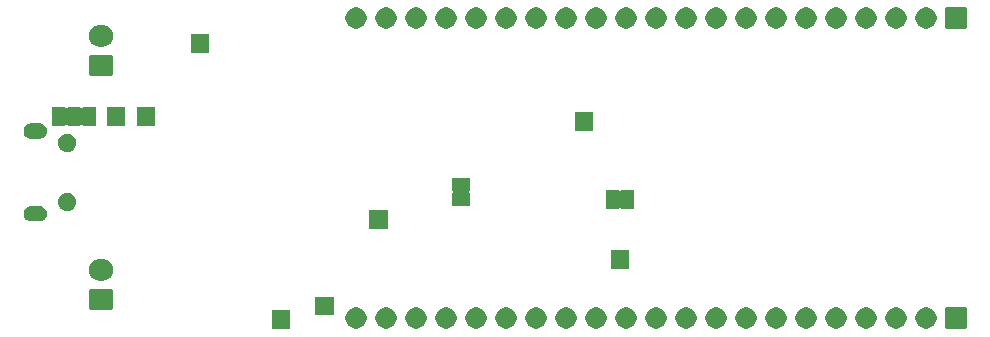
<source format=gbr>
G04 #@! TF.GenerationSoftware,KiCad,Pcbnew,9.0.0*
G04 #@! TF.CreationDate,2025-03-02T20:38:03-08:00*
G04 #@! TF.ProjectId,SuperPower-uC-KiCad,53757065-7250-46f7-9765-722d75432d4b,rev?*
G04 #@! TF.SameCoordinates,Original*
G04 #@! TF.FileFunction,Soldermask,Bot*
G04 #@! TF.FilePolarity,Negative*
%FSLAX46Y46*%
G04 Gerber Fmt 4.6, Leading zero omitted, Abs format (unit mm)*
G04 Created by KiCad (PCBNEW 9.0.0) date 2025-03-02 20:38:03*
%MOMM*%
%LPD*%
G01*
G04 APERTURE LIST*
G04 APERTURE END LIST*
G36*
X125102517Y-121249882D02*
G01*
X125119062Y-121260938D01*
X125130118Y-121277483D01*
X125134000Y-121297000D01*
X125134000Y-122797000D01*
X125130118Y-122816517D01*
X125119062Y-122833062D01*
X125102517Y-122844118D01*
X125083000Y-122848000D01*
X123583000Y-122848000D01*
X123563483Y-122844118D01*
X123546938Y-122833062D01*
X123535882Y-122816517D01*
X123532000Y-122797000D01*
X123532000Y-121297000D01*
X123535882Y-121277483D01*
X123546938Y-121260938D01*
X123563483Y-121249882D01*
X123583000Y-121246000D01*
X125083000Y-121246000D01*
X125102517Y-121249882D01*
G37*
G36*
X182352517Y-121022882D02*
G01*
X182369062Y-121033938D01*
X182380118Y-121050483D01*
X182384000Y-121070000D01*
X182384000Y-122770000D01*
X182380118Y-122789517D01*
X182369062Y-122806062D01*
X182352517Y-122817118D01*
X182333000Y-122821000D01*
X180633000Y-122821000D01*
X180613483Y-122817118D01*
X180596938Y-122806062D01*
X180585882Y-122789517D01*
X180582000Y-122770000D01*
X180582000Y-121070000D01*
X180585882Y-121050483D01*
X180596938Y-121033938D01*
X180613483Y-121022882D01*
X180633000Y-121019000D01*
X182333000Y-121019000D01*
X182352517Y-121022882D01*
G37*
G36*
X130944546Y-121057797D02*
G01*
X131107728Y-121125389D01*
X131254588Y-121223518D01*
X131379482Y-121348412D01*
X131477611Y-121495272D01*
X131545203Y-121658454D01*
X131579661Y-121831687D01*
X131579661Y-122008313D01*
X131545203Y-122181546D01*
X131477611Y-122344728D01*
X131379482Y-122491588D01*
X131254588Y-122616482D01*
X131107728Y-122714611D01*
X130944546Y-122782203D01*
X130771313Y-122816661D01*
X130594687Y-122816661D01*
X130421454Y-122782203D01*
X130258272Y-122714611D01*
X130111412Y-122616482D01*
X129986518Y-122491588D01*
X129888389Y-122344728D01*
X129820797Y-122181546D01*
X129786339Y-122008313D01*
X129786339Y-121831687D01*
X129820797Y-121658454D01*
X129888389Y-121495272D01*
X129986518Y-121348412D01*
X130111412Y-121223518D01*
X130258272Y-121125389D01*
X130421454Y-121057797D01*
X130594687Y-121023339D01*
X130771313Y-121023339D01*
X130944546Y-121057797D01*
G37*
G36*
X133484546Y-121057797D02*
G01*
X133647728Y-121125389D01*
X133794588Y-121223518D01*
X133919482Y-121348412D01*
X134017611Y-121495272D01*
X134085203Y-121658454D01*
X134119661Y-121831687D01*
X134119661Y-122008313D01*
X134085203Y-122181546D01*
X134017611Y-122344728D01*
X133919482Y-122491588D01*
X133794588Y-122616482D01*
X133647728Y-122714611D01*
X133484546Y-122782203D01*
X133311313Y-122816661D01*
X133134687Y-122816661D01*
X132961454Y-122782203D01*
X132798272Y-122714611D01*
X132651412Y-122616482D01*
X132526518Y-122491588D01*
X132428389Y-122344728D01*
X132360797Y-122181546D01*
X132326339Y-122008313D01*
X132326339Y-121831687D01*
X132360797Y-121658454D01*
X132428389Y-121495272D01*
X132526518Y-121348412D01*
X132651412Y-121223518D01*
X132798272Y-121125389D01*
X132961454Y-121057797D01*
X133134687Y-121023339D01*
X133311313Y-121023339D01*
X133484546Y-121057797D01*
G37*
G36*
X136024546Y-121057797D02*
G01*
X136187728Y-121125389D01*
X136334588Y-121223518D01*
X136459482Y-121348412D01*
X136557611Y-121495272D01*
X136625203Y-121658454D01*
X136659661Y-121831687D01*
X136659661Y-122008313D01*
X136625203Y-122181546D01*
X136557611Y-122344728D01*
X136459482Y-122491588D01*
X136334588Y-122616482D01*
X136187728Y-122714611D01*
X136024546Y-122782203D01*
X135851313Y-122816661D01*
X135674687Y-122816661D01*
X135501454Y-122782203D01*
X135338272Y-122714611D01*
X135191412Y-122616482D01*
X135066518Y-122491588D01*
X134968389Y-122344728D01*
X134900797Y-122181546D01*
X134866339Y-122008313D01*
X134866339Y-121831687D01*
X134900797Y-121658454D01*
X134968389Y-121495272D01*
X135066518Y-121348412D01*
X135191412Y-121223518D01*
X135338272Y-121125389D01*
X135501454Y-121057797D01*
X135674687Y-121023339D01*
X135851313Y-121023339D01*
X136024546Y-121057797D01*
G37*
G36*
X138564546Y-121057797D02*
G01*
X138727728Y-121125389D01*
X138874588Y-121223518D01*
X138999482Y-121348412D01*
X139097611Y-121495272D01*
X139165203Y-121658454D01*
X139199661Y-121831687D01*
X139199661Y-122008313D01*
X139165203Y-122181546D01*
X139097611Y-122344728D01*
X138999482Y-122491588D01*
X138874588Y-122616482D01*
X138727728Y-122714611D01*
X138564546Y-122782203D01*
X138391313Y-122816661D01*
X138214687Y-122816661D01*
X138041454Y-122782203D01*
X137878272Y-122714611D01*
X137731412Y-122616482D01*
X137606518Y-122491588D01*
X137508389Y-122344728D01*
X137440797Y-122181546D01*
X137406339Y-122008313D01*
X137406339Y-121831687D01*
X137440797Y-121658454D01*
X137508389Y-121495272D01*
X137606518Y-121348412D01*
X137731412Y-121223518D01*
X137878272Y-121125389D01*
X138041454Y-121057797D01*
X138214687Y-121023339D01*
X138391313Y-121023339D01*
X138564546Y-121057797D01*
G37*
G36*
X141104546Y-121057797D02*
G01*
X141267728Y-121125389D01*
X141414588Y-121223518D01*
X141539482Y-121348412D01*
X141637611Y-121495272D01*
X141705203Y-121658454D01*
X141739661Y-121831687D01*
X141739661Y-122008313D01*
X141705203Y-122181546D01*
X141637611Y-122344728D01*
X141539482Y-122491588D01*
X141414588Y-122616482D01*
X141267728Y-122714611D01*
X141104546Y-122782203D01*
X140931313Y-122816661D01*
X140754687Y-122816661D01*
X140581454Y-122782203D01*
X140418272Y-122714611D01*
X140271412Y-122616482D01*
X140146518Y-122491588D01*
X140048389Y-122344728D01*
X139980797Y-122181546D01*
X139946339Y-122008313D01*
X139946339Y-121831687D01*
X139980797Y-121658454D01*
X140048389Y-121495272D01*
X140146518Y-121348412D01*
X140271412Y-121223518D01*
X140418272Y-121125389D01*
X140581454Y-121057797D01*
X140754687Y-121023339D01*
X140931313Y-121023339D01*
X141104546Y-121057797D01*
G37*
G36*
X143644546Y-121057797D02*
G01*
X143807728Y-121125389D01*
X143954588Y-121223518D01*
X144079482Y-121348412D01*
X144177611Y-121495272D01*
X144245203Y-121658454D01*
X144279661Y-121831687D01*
X144279661Y-122008313D01*
X144245203Y-122181546D01*
X144177611Y-122344728D01*
X144079482Y-122491588D01*
X143954588Y-122616482D01*
X143807728Y-122714611D01*
X143644546Y-122782203D01*
X143471313Y-122816661D01*
X143294687Y-122816661D01*
X143121454Y-122782203D01*
X142958272Y-122714611D01*
X142811412Y-122616482D01*
X142686518Y-122491588D01*
X142588389Y-122344728D01*
X142520797Y-122181546D01*
X142486339Y-122008313D01*
X142486339Y-121831687D01*
X142520797Y-121658454D01*
X142588389Y-121495272D01*
X142686518Y-121348412D01*
X142811412Y-121223518D01*
X142958272Y-121125389D01*
X143121454Y-121057797D01*
X143294687Y-121023339D01*
X143471313Y-121023339D01*
X143644546Y-121057797D01*
G37*
G36*
X146184546Y-121057797D02*
G01*
X146347728Y-121125389D01*
X146494588Y-121223518D01*
X146619482Y-121348412D01*
X146717611Y-121495272D01*
X146785203Y-121658454D01*
X146819661Y-121831687D01*
X146819661Y-122008313D01*
X146785203Y-122181546D01*
X146717611Y-122344728D01*
X146619482Y-122491588D01*
X146494588Y-122616482D01*
X146347728Y-122714611D01*
X146184546Y-122782203D01*
X146011313Y-122816661D01*
X145834687Y-122816661D01*
X145661454Y-122782203D01*
X145498272Y-122714611D01*
X145351412Y-122616482D01*
X145226518Y-122491588D01*
X145128389Y-122344728D01*
X145060797Y-122181546D01*
X145026339Y-122008313D01*
X145026339Y-121831687D01*
X145060797Y-121658454D01*
X145128389Y-121495272D01*
X145226518Y-121348412D01*
X145351412Y-121223518D01*
X145498272Y-121125389D01*
X145661454Y-121057797D01*
X145834687Y-121023339D01*
X146011313Y-121023339D01*
X146184546Y-121057797D01*
G37*
G36*
X148724546Y-121057797D02*
G01*
X148887728Y-121125389D01*
X149034588Y-121223518D01*
X149159482Y-121348412D01*
X149257611Y-121495272D01*
X149325203Y-121658454D01*
X149359661Y-121831687D01*
X149359661Y-122008313D01*
X149325203Y-122181546D01*
X149257611Y-122344728D01*
X149159482Y-122491588D01*
X149034588Y-122616482D01*
X148887728Y-122714611D01*
X148724546Y-122782203D01*
X148551313Y-122816661D01*
X148374687Y-122816661D01*
X148201454Y-122782203D01*
X148038272Y-122714611D01*
X147891412Y-122616482D01*
X147766518Y-122491588D01*
X147668389Y-122344728D01*
X147600797Y-122181546D01*
X147566339Y-122008313D01*
X147566339Y-121831687D01*
X147600797Y-121658454D01*
X147668389Y-121495272D01*
X147766518Y-121348412D01*
X147891412Y-121223518D01*
X148038272Y-121125389D01*
X148201454Y-121057797D01*
X148374687Y-121023339D01*
X148551313Y-121023339D01*
X148724546Y-121057797D01*
G37*
G36*
X151264546Y-121057797D02*
G01*
X151427728Y-121125389D01*
X151574588Y-121223518D01*
X151699482Y-121348412D01*
X151797611Y-121495272D01*
X151865203Y-121658454D01*
X151899661Y-121831687D01*
X151899661Y-122008313D01*
X151865203Y-122181546D01*
X151797611Y-122344728D01*
X151699482Y-122491588D01*
X151574588Y-122616482D01*
X151427728Y-122714611D01*
X151264546Y-122782203D01*
X151091313Y-122816661D01*
X150914687Y-122816661D01*
X150741454Y-122782203D01*
X150578272Y-122714611D01*
X150431412Y-122616482D01*
X150306518Y-122491588D01*
X150208389Y-122344728D01*
X150140797Y-122181546D01*
X150106339Y-122008313D01*
X150106339Y-121831687D01*
X150140797Y-121658454D01*
X150208389Y-121495272D01*
X150306518Y-121348412D01*
X150431412Y-121223518D01*
X150578272Y-121125389D01*
X150741454Y-121057797D01*
X150914687Y-121023339D01*
X151091313Y-121023339D01*
X151264546Y-121057797D01*
G37*
G36*
X153804546Y-121057797D02*
G01*
X153967728Y-121125389D01*
X154114588Y-121223518D01*
X154239482Y-121348412D01*
X154337611Y-121495272D01*
X154405203Y-121658454D01*
X154439661Y-121831687D01*
X154439661Y-122008313D01*
X154405203Y-122181546D01*
X154337611Y-122344728D01*
X154239482Y-122491588D01*
X154114588Y-122616482D01*
X153967728Y-122714611D01*
X153804546Y-122782203D01*
X153631313Y-122816661D01*
X153454687Y-122816661D01*
X153281454Y-122782203D01*
X153118272Y-122714611D01*
X152971412Y-122616482D01*
X152846518Y-122491588D01*
X152748389Y-122344728D01*
X152680797Y-122181546D01*
X152646339Y-122008313D01*
X152646339Y-121831687D01*
X152680797Y-121658454D01*
X152748389Y-121495272D01*
X152846518Y-121348412D01*
X152971412Y-121223518D01*
X153118272Y-121125389D01*
X153281454Y-121057797D01*
X153454687Y-121023339D01*
X153631313Y-121023339D01*
X153804546Y-121057797D01*
G37*
G36*
X156344546Y-121057797D02*
G01*
X156507728Y-121125389D01*
X156654588Y-121223518D01*
X156779482Y-121348412D01*
X156877611Y-121495272D01*
X156945203Y-121658454D01*
X156979661Y-121831687D01*
X156979661Y-122008313D01*
X156945203Y-122181546D01*
X156877611Y-122344728D01*
X156779482Y-122491588D01*
X156654588Y-122616482D01*
X156507728Y-122714611D01*
X156344546Y-122782203D01*
X156171313Y-122816661D01*
X155994687Y-122816661D01*
X155821454Y-122782203D01*
X155658272Y-122714611D01*
X155511412Y-122616482D01*
X155386518Y-122491588D01*
X155288389Y-122344728D01*
X155220797Y-122181546D01*
X155186339Y-122008313D01*
X155186339Y-121831687D01*
X155220797Y-121658454D01*
X155288389Y-121495272D01*
X155386518Y-121348412D01*
X155511412Y-121223518D01*
X155658272Y-121125389D01*
X155821454Y-121057797D01*
X155994687Y-121023339D01*
X156171313Y-121023339D01*
X156344546Y-121057797D01*
G37*
G36*
X158884546Y-121057797D02*
G01*
X159047728Y-121125389D01*
X159194588Y-121223518D01*
X159319482Y-121348412D01*
X159417611Y-121495272D01*
X159485203Y-121658454D01*
X159519661Y-121831687D01*
X159519661Y-122008313D01*
X159485203Y-122181546D01*
X159417611Y-122344728D01*
X159319482Y-122491588D01*
X159194588Y-122616482D01*
X159047728Y-122714611D01*
X158884546Y-122782203D01*
X158711313Y-122816661D01*
X158534687Y-122816661D01*
X158361454Y-122782203D01*
X158198272Y-122714611D01*
X158051412Y-122616482D01*
X157926518Y-122491588D01*
X157828389Y-122344728D01*
X157760797Y-122181546D01*
X157726339Y-122008313D01*
X157726339Y-121831687D01*
X157760797Y-121658454D01*
X157828389Y-121495272D01*
X157926518Y-121348412D01*
X158051412Y-121223518D01*
X158198272Y-121125389D01*
X158361454Y-121057797D01*
X158534687Y-121023339D01*
X158711313Y-121023339D01*
X158884546Y-121057797D01*
G37*
G36*
X161424546Y-121057797D02*
G01*
X161587728Y-121125389D01*
X161734588Y-121223518D01*
X161859482Y-121348412D01*
X161957611Y-121495272D01*
X162025203Y-121658454D01*
X162059661Y-121831687D01*
X162059661Y-122008313D01*
X162025203Y-122181546D01*
X161957611Y-122344728D01*
X161859482Y-122491588D01*
X161734588Y-122616482D01*
X161587728Y-122714611D01*
X161424546Y-122782203D01*
X161251313Y-122816661D01*
X161074687Y-122816661D01*
X160901454Y-122782203D01*
X160738272Y-122714611D01*
X160591412Y-122616482D01*
X160466518Y-122491588D01*
X160368389Y-122344728D01*
X160300797Y-122181546D01*
X160266339Y-122008313D01*
X160266339Y-121831687D01*
X160300797Y-121658454D01*
X160368389Y-121495272D01*
X160466518Y-121348412D01*
X160591412Y-121223518D01*
X160738272Y-121125389D01*
X160901454Y-121057797D01*
X161074687Y-121023339D01*
X161251313Y-121023339D01*
X161424546Y-121057797D01*
G37*
G36*
X163964546Y-121057797D02*
G01*
X164127728Y-121125389D01*
X164274588Y-121223518D01*
X164399482Y-121348412D01*
X164497611Y-121495272D01*
X164565203Y-121658454D01*
X164599661Y-121831687D01*
X164599661Y-122008313D01*
X164565203Y-122181546D01*
X164497611Y-122344728D01*
X164399482Y-122491588D01*
X164274588Y-122616482D01*
X164127728Y-122714611D01*
X163964546Y-122782203D01*
X163791313Y-122816661D01*
X163614687Y-122816661D01*
X163441454Y-122782203D01*
X163278272Y-122714611D01*
X163131412Y-122616482D01*
X163006518Y-122491588D01*
X162908389Y-122344728D01*
X162840797Y-122181546D01*
X162806339Y-122008313D01*
X162806339Y-121831687D01*
X162840797Y-121658454D01*
X162908389Y-121495272D01*
X163006518Y-121348412D01*
X163131412Y-121223518D01*
X163278272Y-121125389D01*
X163441454Y-121057797D01*
X163614687Y-121023339D01*
X163791313Y-121023339D01*
X163964546Y-121057797D01*
G37*
G36*
X166504546Y-121057797D02*
G01*
X166667728Y-121125389D01*
X166814588Y-121223518D01*
X166939482Y-121348412D01*
X167037611Y-121495272D01*
X167105203Y-121658454D01*
X167139661Y-121831687D01*
X167139661Y-122008313D01*
X167105203Y-122181546D01*
X167037611Y-122344728D01*
X166939482Y-122491588D01*
X166814588Y-122616482D01*
X166667728Y-122714611D01*
X166504546Y-122782203D01*
X166331313Y-122816661D01*
X166154687Y-122816661D01*
X165981454Y-122782203D01*
X165818272Y-122714611D01*
X165671412Y-122616482D01*
X165546518Y-122491588D01*
X165448389Y-122344728D01*
X165380797Y-122181546D01*
X165346339Y-122008313D01*
X165346339Y-121831687D01*
X165380797Y-121658454D01*
X165448389Y-121495272D01*
X165546518Y-121348412D01*
X165671412Y-121223518D01*
X165818272Y-121125389D01*
X165981454Y-121057797D01*
X166154687Y-121023339D01*
X166331313Y-121023339D01*
X166504546Y-121057797D01*
G37*
G36*
X169044546Y-121057797D02*
G01*
X169207728Y-121125389D01*
X169354588Y-121223518D01*
X169479482Y-121348412D01*
X169577611Y-121495272D01*
X169645203Y-121658454D01*
X169679661Y-121831687D01*
X169679661Y-122008313D01*
X169645203Y-122181546D01*
X169577611Y-122344728D01*
X169479482Y-122491588D01*
X169354588Y-122616482D01*
X169207728Y-122714611D01*
X169044546Y-122782203D01*
X168871313Y-122816661D01*
X168694687Y-122816661D01*
X168521454Y-122782203D01*
X168358272Y-122714611D01*
X168211412Y-122616482D01*
X168086518Y-122491588D01*
X167988389Y-122344728D01*
X167920797Y-122181546D01*
X167886339Y-122008313D01*
X167886339Y-121831687D01*
X167920797Y-121658454D01*
X167988389Y-121495272D01*
X168086518Y-121348412D01*
X168211412Y-121223518D01*
X168358272Y-121125389D01*
X168521454Y-121057797D01*
X168694687Y-121023339D01*
X168871313Y-121023339D01*
X169044546Y-121057797D01*
G37*
G36*
X171584546Y-121057797D02*
G01*
X171747728Y-121125389D01*
X171894588Y-121223518D01*
X172019482Y-121348412D01*
X172117611Y-121495272D01*
X172185203Y-121658454D01*
X172219661Y-121831687D01*
X172219661Y-122008313D01*
X172185203Y-122181546D01*
X172117611Y-122344728D01*
X172019482Y-122491588D01*
X171894588Y-122616482D01*
X171747728Y-122714611D01*
X171584546Y-122782203D01*
X171411313Y-122816661D01*
X171234687Y-122816661D01*
X171061454Y-122782203D01*
X170898272Y-122714611D01*
X170751412Y-122616482D01*
X170626518Y-122491588D01*
X170528389Y-122344728D01*
X170460797Y-122181546D01*
X170426339Y-122008313D01*
X170426339Y-121831687D01*
X170460797Y-121658454D01*
X170528389Y-121495272D01*
X170626518Y-121348412D01*
X170751412Y-121223518D01*
X170898272Y-121125389D01*
X171061454Y-121057797D01*
X171234687Y-121023339D01*
X171411313Y-121023339D01*
X171584546Y-121057797D01*
G37*
G36*
X174124546Y-121057797D02*
G01*
X174287728Y-121125389D01*
X174434588Y-121223518D01*
X174559482Y-121348412D01*
X174657611Y-121495272D01*
X174725203Y-121658454D01*
X174759661Y-121831687D01*
X174759661Y-122008313D01*
X174725203Y-122181546D01*
X174657611Y-122344728D01*
X174559482Y-122491588D01*
X174434588Y-122616482D01*
X174287728Y-122714611D01*
X174124546Y-122782203D01*
X173951313Y-122816661D01*
X173774687Y-122816661D01*
X173601454Y-122782203D01*
X173438272Y-122714611D01*
X173291412Y-122616482D01*
X173166518Y-122491588D01*
X173068389Y-122344728D01*
X173000797Y-122181546D01*
X172966339Y-122008313D01*
X172966339Y-121831687D01*
X173000797Y-121658454D01*
X173068389Y-121495272D01*
X173166518Y-121348412D01*
X173291412Y-121223518D01*
X173438272Y-121125389D01*
X173601454Y-121057797D01*
X173774687Y-121023339D01*
X173951313Y-121023339D01*
X174124546Y-121057797D01*
G37*
G36*
X176664546Y-121057797D02*
G01*
X176827728Y-121125389D01*
X176974588Y-121223518D01*
X177099482Y-121348412D01*
X177197611Y-121495272D01*
X177265203Y-121658454D01*
X177299661Y-121831687D01*
X177299661Y-122008313D01*
X177265203Y-122181546D01*
X177197611Y-122344728D01*
X177099482Y-122491588D01*
X176974588Y-122616482D01*
X176827728Y-122714611D01*
X176664546Y-122782203D01*
X176491313Y-122816661D01*
X176314687Y-122816661D01*
X176141454Y-122782203D01*
X175978272Y-122714611D01*
X175831412Y-122616482D01*
X175706518Y-122491588D01*
X175608389Y-122344728D01*
X175540797Y-122181546D01*
X175506339Y-122008313D01*
X175506339Y-121831687D01*
X175540797Y-121658454D01*
X175608389Y-121495272D01*
X175706518Y-121348412D01*
X175831412Y-121223518D01*
X175978272Y-121125389D01*
X176141454Y-121057797D01*
X176314687Y-121023339D01*
X176491313Y-121023339D01*
X176664546Y-121057797D01*
G37*
G36*
X179204546Y-121057797D02*
G01*
X179367728Y-121125389D01*
X179514588Y-121223518D01*
X179639482Y-121348412D01*
X179737611Y-121495272D01*
X179805203Y-121658454D01*
X179839661Y-121831687D01*
X179839661Y-122008313D01*
X179805203Y-122181546D01*
X179737611Y-122344728D01*
X179639482Y-122491588D01*
X179514588Y-122616482D01*
X179367728Y-122714611D01*
X179204546Y-122782203D01*
X179031313Y-122816661D01*
X178854687Y-122816661D01*
X178681454Y-122782203D01*
X178518272Y-122714611D01*
X178371412Y-122616482D01*
X178246518Y-122491588D01*
X178148389Y-122344728D01*
X178080797Y-122181546D01*
X178046339Y-122008313D01*
X178046339Y-121831687D01*
X178080797Y-121658454D01*
X178148389Y-121495272D01*
X178246518Y-121348412D01*
X178371412Y-121223518D01*
X178518272Y-121125389D01*
X178681454Y-121057797D01*
X178854687Y-121023339D01*
X179031313Y-121023339D01*
X179204546Y-121057797D01*
G37*
G36*
X128785517Y-120106882D02*
G01*
X128802062Y-120117938D01*
X128813118Y-120134483D01*
X128817000Y-120154000D01*
X128817000Y-121654000D01*
X128813118Y-121673517D01*
X128802062Y-121690062D01*
X128785517Y-121701118D01*
X128766000Y-121705000D01*
X127266000Y-121705000D01*
X127246483Y-121701118D01*
X127229938Y-121690062D01*
X127218882Y-121673517D01*
X127215000Y-121654000D01*
X127215000Y-120154000D01*
X127218882Y-120134483D01*
X127229938Y-120117938D01*
X127246483Y-120106882D01*
X127266000Y-120103000D01*
X128766000Y-120103000D01*
X128785517Y-120106882D01*
G37*
G36*
X109911914Y-119452995D02*
G01*
X109927726Y-119459976D01*
X109935531Y-119461213D01*
X109968039Y-119477776D01*
X110013106Y-119497676D01*
X110091324Y-119575894D01*
X110111226Y-119620967D01*
X110127786Y-119653468D01*
X110129021Y-119661270D01*
X110136005Y-119677086D01*
X110144000Y-119746000D01*
X110144000Y-120946000D01*
X110136005Y-121014914D01*
X110129021Y-121030729D01*
X110127786Y-121038531D01*
X110111229Y-121071024D01*
X110091324Y-121116106D01*
X110013106Y-121194324D01*
X109968024Y-121214229D01*
X109935531Y-121230786D01*
X109927729Y-121232021D01*
X109911914Y-121239005D01*
X109843000Y-121247000D01*
X108343000Y-121247000D01*
X108274086Y-121239005D01*
X108258270Y-121232021D01*
X108250468Y-121230786D01*
X108217967Y-121214226D01*
X108172894Y-121194324D01*
X108094676Y-121116106D01*
X108074776Y-121071039D01*
X108058213Y-121038531D01*
X108056976Y-121030726D01*
X108049995Y-121014914D01*
X108042000Y-120946000D01*
X108042000Y-119746000D01*
X108049995Y-119677086D01*
X108056976Y-119661274D01*
X108058213Y-119653468D01*
X108074780Y-119620953D01*
X108094676Y-119575894D01*
X108172894Y-119497676D01*
X108217953Y-119477780D01*
X108250468Y-119461213D01*
X108258274Y-119459976D01*
X108274086Y-119452995D01*
X108343000Y-119445000D01*
X109843000Y-119445000D01*
X109911914Y-119452995D01*
G37*
G36*
X109331313Y-116949339D02*
G01*
X109504546Y-116983797D01*
X109667728Y-117051389D01*
X109814588Y-117149518D01*
X109939482Y-117274412D01*
X110037611Y-117421272D01*
X110105203Y-117584454D01*
X110139661Y-117757687D01*
X110139661Y-117934313D01*
X110105203Y-118107546D01*
X110037611Y-118270728D01*
X109939482Y-118417588D01*
X109814588Y-118542482D01*
X109667728Y-118640611D01*
X109504546Y-118708203D01*
X109331313Y-118742661D01*
X109243000Y-118747000D01*
X109239941Y-118747000D01*
X108946059Y-118747000D01*
X108943000Y-118747000D01*
X108854687Y-118742661D01*
X108681454Y-118708203D01*
X108518272Y-118640611D01*
X108371412Y-118542482D01*
X108246518Y-118417588D01*
X108148389Y-118270728D01*
X108080797Y-118107546D01*
X108046339Y-117934313D01*
X108046339Y-117757687D01*
X108080797Y-117584454D01*
X108148389Y-117421272D01*
X108246518Y-117274412D01*
X108371412Y-117149518D01*
X108518272Y-117051389D01*
X108681454Y-116983797D01*
X108854687Y-116949339D01*
X108943000Y-116945000D01*
X109243000Y-116945000D01*
X109331313Y-116949339D01*
G37*
G36*
X153804517Y-116169882D02*
G01*
X153821062Y-116180938D01*
X153832118Y-116197483D01*
X153836000Y-116217000D01*
X153836000Y-117717000D01*
X153832118Y-117736517D01*
X153821062Y-117753062D01*
X153804517Y-117764118D01*
X153785000Y-117768000D01*
X152285000Y-117768000D01*
X152265483Y-117764118D01*
X152248938Y-117753062D01*
X152237882Y-117736517D01*
X152234000Y-117717000D01*
X152234000Y-116217000D01*
X152237882Y-116197483D01*
X152248938Y-116180938D01*
X152265483Y-116169882D01*
X152285000Y-116166000D01*
X153785000Y-116166000D01*
X153804517Y-116169882D01*
G37*
G36*
X133375517Y-112748882D02*
G01*
X133392062Y-112759938D01*
X133403118Y-112776483D01*
X133407000Y-112796000D01*
X133407000Y-114296000D01*
X133403118Y-114315517D01*
X133392062Y-114332062D01*
X133375517Y-114343118D01*
X133356000Y-114347000D01*
X131856000Y-114347000D01*
X131836483Y-114343118D01*
X131819938Y-114332062D01*
X131808882Y-114315517D01*
X131805000Y-114296000D01*
X131805000Y-112796000D01*
X131808882Y-112776483D01*
X131819938Y-112759938D01*
X131836483Y-112748882D01*
X131856000Y-112745000D01*
X133356000Y-112745000D01*
X133375517Y-112748882D01*
G37*
G36*
X103951309Y-112437135D02*
G01*
X104076475Y-112462032D01*
X104194379Y-112510869D01*
X104300490Y-112581770D01*
X104390730Y-112672010D01*
X104461631Y-112778121D01*
X104510468Y-112896025D01*
X104535365Y-113021191D01*
X104535365Y-113148809D01*
X104510468Y-113273975D01*
X104461631Y-113391879D01*
X104390730Y-113497990D01*
X104300490Y-113588230D01*
X104194379Y-113659131D01*
X104076475Y-113707968D01*
X103951309Y-113732865D01*
X103887500Y-113736000D01*
X103884439Y-113736000D01*
X103190561Y-113736000D01*
X103187500Y-113736000D01*
X103123691Y-113732865D01*
X102998525Y-113707968D01*
X102880621Y-113659131D01*
X102774510Y-113588230D01*
X102684270Y-113497990D01*
X102613369Y-113391879D01*
X102564532Y-113273975D01*
X102539635Y-113148809D01*
X102539635Y-113021191D01*
X102564532Y-112896025D01*
X102613369Y-112778121D01*
X102684270Y-112672010D01*
X102774510Y-112581770D01*
X102880621Y-112510869D01*
X102998525Y-112462032D01*
X103123691Y-112437135D01*
X103187500Y-112434000D01*
X103887500Y-112434000D01*
X103951309Y-112437135D01*
G37*
G36*
X106462761Y-111342414D02*
G01*
X106603304Y-111400629D01*
X106729789Y-111485144D01*
X106837356Y-111592711D01*
X106921871Y-111719196D01*
X106980086Y-111859739D01*
X107009763Y-112008939D01*
X107009763Y-112161061D01*
X106980086Y-112310261D01*
X106921871Y-112450804D01*
X106837356Y-112577289D01*
X106729789Y-112684856D01*
X106603304Y-112769371D01*
X106462761Y-112827586D01*
X106313561Y-112857263D01*
X106161439Y-112857263D01*
X106012239Y-112827586D01*
X105871696Y-112769371D01*
X105745211Y-112684856D01*
X105637644Y-112577289D01*
X105553129Y-112450804D01*
X105494914Y-112310261D01*
X105465237Y-112161061D01*
X105465237Y-112008939D01*
X105494914Y-111859739D01*
X105553129Y-111719196D01*
X105637644Y-111592711D01*
X105745211Y-111485144D01*
X105871696Y-111400629D01*
X106012239Y-111342414D01*
X106161439Y-111312737D01*
X106313561Y-111312737D01*
X106462761Y-111342414D01*
G37*
G36*
X152919517Y-111089882D02*
G01*
X152936062Y-111100938D01*
X152947118Y-111117483D01*
X152948342Y-111123638D01*
X152983188Y-111175786D01*
X153116812Y-111175786D01*
X153151657Y-111123636D01*
X153152882Y-111117483D01*
X153163938Y-111100938D01*
X153180483Y-111089882D01*
X153200000Y-111086000D01*
X154200000Y-111086000D01*
X154219517Y-111089882D01*
X154236062Y-111100938D01*
X154247118Y-111117483D01*
X154251000Y-111137000D01*
X154251000Y-112637000D01*
X154247118Y-112656517D01*
X154236062Y-112673062D01*
X154219517Y-112684118D01*
X154200000Y-112688000D01*
X153200000Y-112688000D01*
X153180483Y-112684118D01*
X153163938Y-112673062D01*
X153152882Y-112656517D01*
X153151657Y-112650360D01*
X153116813Y-112598213D01*
X152983187Y-112598213D01*
X152948342Y-112650359D01*
X152947118Y-112656517D01*
X152936062Y-112673062D01*
X152919517Y-112684118D01*
X152900000Y-112688000D01*
X151900000Y-112688000D01*
X151880483Y-112684118D01*
X151863938Y-112673062D01*
X151852882Y-112656517D01*
X151849000Y-112637000D01*
X151849000Y-111137000D01*
X151852882Y-111117483D01*
X151863938Y-111100938D01*
X151880483Y-111089882D01*
X151900000Y-111086000D01*
X152900000Y-111086000D01*
X152919517Y-111089882D01*
G37*
G36*
X140342517Y-110069882D02*
G01*
X140359062Y-110080938D01*
X140370118Y-110097483D01*
X140374000Y-110117000D01*
X140374000Y-111117000D01*
X140370118Y-111136517D01*
X140359062Y-111153062D01*
X140342517Y-111164118D01*
X140336359Y-111165342D01*
X140284213Y-111200187D01*
X140284213Y-111333813D01*
X140336360Y-111368657D01*
X140342517Y-111369882D01*
X140359062Y-111380938D01*
X140370118Y-111397483D01*
X140374000Y-111417000D01*
X140374000Y-112417000D01*
X140370118Y-112436517D01*
X140359062Y-112453062D01*
X140342517Y-112464118D01*
X140323000Y-112468000D01*
X138823000Y-112468000D01*
X138803483Y-112464118D01*
X138786938Y-112453062D01*
X138775882Y-112436517D01*
X138772000Y-112417000D01*
X138772000Y-111417000D01*
X138775882Y-111397483D01*
X138786938Y-111380938D01*
X138803483Y-111369882D01*
X138809636Y-111368657D01*
X138861786Y-111333812D01*
X138861786Y-111200188D01*
X138809638Y-111165342D01*
X138803483Y-111164118D01*
X138786938Y-111153062D01*
X138775882Y-111136517D01*
X138772000Y-111117000D01*
X138772000Y-110117000D01*
X138775882Y-110097483D01*
X138786938Y-110080938D01*
X138803483Y-110069882D01*
X138823000Y-110066000D01*
X140323000Y-110066000D01*
X140342517Y-110069882D01*
G37*
G36*
X106462761Y-106342414D02*
G01*
X106603304Y-106400629D01*
X106729789Y-106485144D01*
X106837356Y-106592711D01*
X106921871Y-106719196D01*
X106980086Y-106859739D01*
X107009763Y-107008939D01*
X107009763Y-107161061D01*
X106980086Y-107310261D01*
X106921871Y-107450804D01*
X106837356Y-107577289D01*
X106729789Y-107684856D01*
X106603304Y-107769371D01*
X106462761Y-107827586D01*
X106313561Y-107857263D01*
X106161439Y-107857263D01*
X106012239Y-107827586D01*
X105871696Y-107769371D01*
X105745211Y-107684856D01*
X105637644Y-107577289D01*
X105553129Y-107450804D01*
X105494914Y-107310261D01*
X105465237Y-107161061D01*
X105465237Y-107008939D01*
X105494914Y-106859739D01*
X105553129Y-106719196D01*
X105637644Y-106592711D01*
X105745211Y-106485144D01*
X105871696Y-106400629D01*
X106012239Y-106342414D01*
X106161439Y-106312737D01*
X106313561Y-106312737D01*
X106462761Y-106342414D01*
G37*
G36*
X103951309Y-105437135D02*
G01*
X104076475Y-105462032D01*
X104194379Y-105510869D01*
X104300490Y-105581770D01*
X104390730Y-105672010D01*
X104461631Y-105778121D01*
X104510468Y-105896025D01*
X104535365Y-106021191D01*
X104535365Y-106148809D01*
X104510468Y-106273975D01*
X104461631Y-106391879D01*
X104390730Y-106497990D01*
X104300490Y-106588230D01*
X104194379Y-106659131D01*
X104076475Y-106707968D01*
X103951309Y-106732865D01*
X103887500Y-106736000D01*
X103884439Y-106736000D01*
X103190561Y-106736000D01*
X103187500Y-106736000D01*
X103123691Y-106732865D01*
X102998525Y-106707968D01*
X102880621Y-106659131D01*
X102774510Y-106588230D01*
X102684270Y-106497990D01*
X102613369Y-106391879D01*
X102564532Y-106273975D01*
X102539635Y-106148809D01*
X102539635Y-106021191D01*
X102564532Y-105896025D01*
X102613369Y-105778121D01*
X102684270Y-105672010D01*
X102774510Y-105581770D01*
X102880621Y-105510869D01*
X102998525Y-105462032D01*
X103123691Y-105437135D01*
X103187500Y-105434000D01*
X103887500Y-105434000D01*
X103951309Y-105437135D01*
G37*
G36*
X150756517Y-104485882D02*
G01*
X150773062Y-104496938D01*
X150784118Y-104513483D01*
X150788000Y-104533000D01*
X150788000Y-106033000D01*
X150784118Y-106052517D01*
X150773062Y-106069062D01*
X150756517Y-106080118D01*
X150737000Y-106084000D01*
X149237000Y-106084000D01*
X149217483Y-106080118D01*
X149200938Y-106069062D01*
X149189882Y-106052517D01*
X149186000Y-106033000D01*
X149186000Y-104533000D01*
X149189882Y-104513483D01*
X149200938Y-104496938D01*
X149217483Y-104485882D01*
X149237000Y-104482000D01*
X150737000Y-104482000D01*
X150756517Y-104485882D01*
G37*
G36*
X106026517Y-104041382D02*
G01*
X106043062Y-104052438D01*
X106054118Y-104068983D01*
X106055342Y-104075138D01*
X106090188Y-104127286D01*
X106223812Y-104127286D01*
X106258657Y-104075136D01*
X106259882Y-104068983D01*
X106270938Y-104052438D01*
X106287483Y-104041382D01*
X106307000Y-104037500D01*
X107307000Y-104037500D01*
X107326517Y-104041382D01*
X107343062Y-104052438D01*
X107354118Y-104068983D01*
X107355342Y-104075138D01*
X107390188Y-104127286D01*
X107523812Y-104127286D01*
X107558657Y-104075136D01*
X107559882Y-104068983D01*
X107570938Y-104052438D01*
X107587483Y-104041382D01*
X107607000Y-104037500D01*
X108607000Y-104037500D01*
X108626517Y-104041382D01*
X108643062Y-104052438D01*
X108654118Y-104068983D01*
X108658000Y-104088500D01*
X108658000Y-105588500D01*
X108654118Y-105608017D01*
X108643062Y-105624562D01*
X108626517Y-105635618D01*
X108607000Y-105639500D01*
X107607000Y-105639500D01*
X107587483Y-105635618D01*
X107570938Y-105624562D01*
X107559882Y-105608017D01*
X107558657Y-105601860D01*
X107523813Y-105549713D01*
X107390187Y-105549713D01*
X107355342Y-105601859D01*
X107354118Y-105608017D01*
X107343062Y-105624562D01*
X107326517Y-105635618D01*
X107307000Y-105639500D01*
X106307000Y-105639500D01*
X106287483Y-105635618D01*
X106270938Y-105624562D01*
X106259882Y-105608017D01*
X106258657Y-105601860D01*
X106223813Y-105549713D01*
X106090187Y-105549713D01*
X106055342Y-105601859D01*
X106054118Y-105608017D01*
X106043062Y-105624562D01*
X106026517Y-105635618D01*
X106007000Y-105639500D01*
X105007000Y-105639500D01*
X104987483Y-105635618D01*
X104970938Y-105624562D01*
X104959882Y-105608017D01*
X104956000Y-105588500D01*
X104956000Y-104088500D01*
X104959882Y-104068983D01*
X104970938Y-104052438D01*
X104987483Y-104041382D01*
X105007000Y-104037500D01*
X106007000Y-104037500D01*
X106026517Y-104041382D01*
G37*
G36*
X111132517Y-104041382D02*
G01*
X111149062Y-104052438D01*
X111160118Y-104068983D01*
X111164000Y-104088500D01*
X111164000Y-105588500D01*
X111160118Y-105608017D01*
X111149062Y-105624562D01*
X111132517Y-105635618D01*
X111113000Y-105639500D01*
X109613000Y-105639500D01*
X109593483Y-105635618D01*
X109576938Y-105624562D01*
X109565882Y-105608017D01*
X109562000Y-105588500D01*
X109562000Y-104088500D01*
X109565882Y-104068983D01*
X109576938Y-104052438D01*
X109593483Y-104041382D01*
X109613000Y-104037500D01*
X111113000Y-104037500D01*
X111132517Y-104041382D01*
G37*
G36*
X113672517Y-104041382D02*
G01*
X113689062Y-104052438D01*
X113700118Y-104068983D01*
X113704000Y-104088500D01*
X113704000Y-105588500D01*
X113700118Y-105608017D01*
X113689062Y-105624562D01*
X113672517Y-105635618D01*
X113653000Y-105639500D01*
X112153000Y-105639500D01*
X112133483Y-105635618D01*
X112116938Y-105624562D01*
X112105882Y-105608017D01*
X112102000Y-105588500D01*
X112102000Y-104088500D01*
X112105882Y-104068983D01*
X112116938Y-104052438D01*
X112133483Y-104041382D01*
X112153000Y-104037500D01*
X113653000Y-104037500D01*
X113672517Y-104041382D01*
G37*
G36*
X109911914Y-99640995D02*
G01*
X109927726Y-99647976D01*
X109935531Y-99649213D01*
X109968039Y-99665776D01*
X110013106Y-99685676D01*
X110091324Y-99763894D01*
X110111226Y-99808967D01*
X110127786Y-99841468D01*
X110129021Y-99849270D01*
X110136005Y-99865086D01*
X110144000Y-99934000D01*
X110144000Y-101134000D01*
X110136005Y-101202914D01*
X110129021Y-101218729D01*
X110127786Y-101226531D01*
X110111229Y-101259024D01*
X110091324Y-101304106D01*
X110013106Y-101382324D01*
X109968024Y-101402229D01*
X109935531Y-101418786D01*
X109927729Y-101420021D01*
X109911914Y-101427005D01*
X109843000Y-101435000D01*
X108343000Y-101435000D01*
X108274086Y-101427005D01*
X108258270Y-101420021D01*
X108250468Y-101418786D01*
X108217967Y-101402226D01*
X108172894Y-101382324D01*
X108094676Y-101304106D01*
X108074776Y-101259039D01*
X108058213Y-101226531D01*
X108056976Y-101218726D01*
X108049995Y-101202914D01*
X108042000Y-101134000D01*
X108042000Y-99934000D01*
X108049995Y-99865086D01*
X108056976Y-99849274D01*
X108058213Y-99841468D01*
X108074780Y-99808953D01*
X108094676Y-99763894D01*
X108172894Y-99685676D01*
X108217953Y-99665780D01*
X108250468Y-99649213D01*
X108258274Y-99647976D01*
X108274086Y-99640995D01*
X108343000Y-99633000D01*
X109843000Y-99633000D01*
X109911914Y-99640995D01*
G37*
G36*
X118244517Y-97881882D02*
G01*
X118261062Y-97892938D01*
X118272118Y-97909483D01*
X118276000Y-97929000D01*
X118276000Y-99429000D01*
X118272118Y-99448517D01*
X118261062Y-99465062D01*
X118244517Y-99476118D01*
X118225000Y-99480000D01*
X116725000Y-99480000D01*
X116705483Y-99476118D01*
X116688938Y-99465062D01*
X116677882Y-99448517D01*
X116674000Y-99429000D01*
X116674000Y-97929000D01*
X116677882Y-97909483D01*
X116688938Y-97892938D01*
X116705483Y-97881882D01*
X116725000Y-97878000D01*
X118225000Y-97878000D01*
X118244517Y-97881882D01*
G37*
G36*
X109331313Y-97137339D02*
G01*
X109504546Y-97171797D01*
X109667728Y-97239389D01*
X109814588Y-97337518D01*
X109939482Y-97462412D01*
X110037611Y-97609272D01*
X110105203Y-97772454D01*
X110139661Y-97945687D01*
X110139661Y-98122313D01*
X110105203Y-98295546D01*
X110037611Y-98458728D01*
X109939482Y-98605588D01*
X109814588Y-98730482D01*
X109667728Y-98828611D01*
X109504546Y-98896203D01*
X109331313Y-98930661D01*
X109243000Y-98935000D01*
X109239941Y-98935000D01*
X108946059Y-98935000D01*
X108943000Y-98935000D01*
X108854687Y-98930661D01*
X108681454Y-98896203D01*
X108518272Y-98828611D01*
X108371412Y-98730482D01*
X108246518Y-98605588D01*
X108148389Y-98458728D01*
X108080797Y-98295546D01*
X108046339Y-98122313D01*
X108046339Y-97945687D01*
X108080797Y-97772454D01*
X108148389Y-97609272D01*
X108246518Y-97462412D01*
X108371412Y-97337518D01*
X108518272Y-97239389D01*
X108681454Y-97171797D01*
X108854687Y-97137339D01*
X108943000Y-97133000D01*
X109243000Y-97133000D01*
X109331313Y-97137339D01*
G37*
G36*
X182352517Y-95622882D02*
G01*
X182369062Y-95633938D01*
X182380118Y-95650483D01*
X182384000Y-95670000D01*
X182384000Y-97370000D01*
X182380118Y-97389517D01*
X182369062Y-97406062D01*
X182352517Y-97417118D01*
X182333000Y-97421000D01*
X180633000Y-97421000D01*
X180613483Y-97417118D01*
X180596938Y-97406062D01*
X180585882Y-97389517D01*
X180582000Y-97370000D01*
X180582000Y-95670000D01*
X180585882Y-95650483D01*
X180596938Y-95633938D01*
X180613483Y-95622882D01*
X180633000Y-95619000D01*
X182333000Y-95619000D01*
X182352517Y-95622882D01*
G37*
G36*
X130944546Y-95657797D02*
G01*
X131107728Y-95725389D01*
X131254588Y-95823518D01*
X131379482Y-95948412D01*
X131477611Y-96095272D01*
X131545203Y-96258454D01*
X131579661Y-96431687D01*
X131579661Y-96608313D01*
X131545203Y-96781546D01*
X131477611Y-96944728D01*
X131379482Y-97091588D01*
X131254588Y-97216482D01*
X131107728Y-97314611D01*
X130944546Y-97382203D01*
X130771313Y-97416661D01*
X130594687Y-97416661D01*
X130421454Y-97382203D01*
X130258272Y-97314611D01*
X130111412Y-97216482D01*
X129986518Y-97091588D01*
X129888389Y-96944728D01*
X129820797Y-96781546D01*
X129786339Y-96608313D01*
X129786339Y-96431687D01*
X129820797Y-96258454D01*
X129888389Y-96095272D01*
X129986518Y-95948412D01*
X130111412Y-95823518D01*
X130258272Y-95725389D01*
X130421454Y-95657797D01*
X130594687Y-95623339D01*
X130771313Y-95623339D01*
X130944546Y-95657797D01*
G37*
G36*
X133484546Y-95657797D02*
G01*
X133647728Y-95725389D01*
X133794588Y-95823518D01*
X133919482Y-95948412D01*
X134017611Y-96095272D01*
X134085203Y-96258454D01*
X134119661Y-96431687D01*
X134119661Y-96608313D01*
X134085203Y-96781546D01*
X134017611Y-96944728D01*
X133919482Y-97091588D01*
X133794588Y-97216482D01*
X133647728Y-97314611D01*
X133484546Y-97382203D01*
X133311313Y-97416661D01*
X133134687Y-97416661D01*
X132961454Y-97382203D01*
X132798272Y-97314611D01*
X132651412Y-97216482D01*
X132526518Y-97091588D01*
X132428389Y-96944728D01*
X132360797Y-96781546D01*
X132326339Y-96608313D01*
X132326339Y-96431687D01*
X132360797Y-96258454D01*
X132428389Y-96095272D01*
X132526518Y-95948412D01*
X132651412Y-95823518D01*
X132798272Y-95725389D01*
X132961454Y-95657797D01*
X133134687Y-95623339D01*
X133311313Y-95623339D01*
X133484546Y-95657797D01*
G37*
G36*
X136024546Y-95657797D02*
G01*
X136187728Y-95725389D01*
X136334588Y-95823518D01*
X136459482Y-95948412D01*
X136557611Y-96095272D01*
X136625203Y-96258454D01*
X136659661Y-96431687D01*
X136659661Y-96608313D01*
X136625203Y-96781546D01*
X136557611Y-96944728D01*
X136459482Y-97091588D01*
X136334588Y-97216482D01*
X136187728Y-97314611D01*
X136024546Y-97382203D01*
X135851313Y-97416661D01*
X135674687Y-97416661D01*
X135501454Y-97382203D01*
X135338272Y-97314611D01*
X135191412Y-97216482D01*
X135066518Y-97091588D01*
X134968389Y-96944728D01*
X134900797Y-96781546D01*
X134866339Y-96608313D01*
X134866339Y-96431687D01*
X134900797Y-96258454D01*
X134968389Y-96095272D01*
X135066518Y-95948412D01*
X135191412Y-95823518D01*
X135338272Y-95725389D01*
X135501454Y-95657797D01*
X135674687Y-95623339D01*
X135851313Y-95623339D01*
X136024546Y-95657797D01*
G37*
G36*
X138564546Y-95657797D02*
G01*
X138727728Y-95725389D01*
X138874588Y-95823518D01*
X138999482Y-95948412D01*
X139097611Y-96095272D01*
X139165203Y-96258454D01*
X139199661Y-96431687D01*
X139199661Y-96608313D01*
X139165203Y-96781546D01*
X139097611Y-96944728D01*
X138999482Y-97091588D01*
X138874588Y-97216482D01*
X138727728Y-97314611D01*
X138564546Y-97382203D01*
X138391313Y-97416661D01*
X138214687Y-97416661D01*
X138041454Y-97382203D01*
X137878272Y-97314611D01*
X137731412Y-97216482D01*
X137606518Y-97091588D01*
X137508389Y-96944728D01*
X137440797Y-96781546D01*
X137406339Y-96608313D01*
X137406339Y-96431687D01*
X137440797Y-96258454D01*
X137508389Y-96095272D01*
X137606518Y-95948412D01*
X137731412Y-95823518D01*
X137878272Y-95725389D01*
X138041454Y-95657797D01*
X138214687Y-95623339D01*
X138391313Y-95623339D01*
X138564546Y-95657797D01*
G37*
G36*
X141104546Y-95657797D02*
G01*
X141267728Y-95725389D01*
X141414588Y-95823518D01*
X141539482Y-95948412D01*
X141637611Y-96095272D01*
X141705203Y-96258454D01*
X141739661Y-96431687D01*
X141739661Y-96608313D01*
X141705203Y-96781546D01*
X141637611Y-96944728D01*
X141539482Y-97091588D01*
X141414588Y-97216482D01*
X141267728Y-97314611D01*
X141104546Y-97382203D01*
X140931313Y-97416661D01*
X140754687Y-97416661D01*
X140581454Y-97382203D01*
X140418272Y-97314611D01*
X140271412Y-97216482D01*
X140146518Y-97091588D01*
X140048389Y-96944728D01*
X139980797Y-96781546D01*
X139946339Y-96608313D01*
X139946339Y-96431687D01*
X139980797Y-96258454D01*
X140048389Y-96095272D01*
X140146518Y-95948412D01*
X140271412Y-95823518D01*
X140418272Y-95725389D01*
X140581454Y-95657797D01*
X140754687Y-95623339D01*
X140931313Y-95623339D01*
X141104546Y-95657797D01*
G37*
G36*
X143644546Y-95657797D02*
G01*
X143807728Y-95725389D01*
X143954588Y-95823518D01*
X144079482Y-95948412D01*
X144177611Y-96095272D01*
X144245203Y-96258454D01*
X144279661Y-96431687D01*
X144279661Y-96608313D01*
X144245203Y-96781546D01*
X144177611Y-96944728D01*
X144079482Y-97091588D01*
X143954588Y-97216482D01*
X143807728Y-97314611D01*
X143644546Y-97382203D01*
X143471313Y-97416661D01*
X143294687Y-97416661D01*
X143121454Y-97382203D01*
X142958272Y-97314611D01*
X142811412Y-97216482D01*
X142686518Y-97091588D01*
X142588389Y-96944728D01*
X142520797Y-96781546D01*
X142486339Y-96608313D01*
X142486339Y-96431687D01*
X142520797Y-96258454D01*
X142588389Y-96095272D01*
X142686518Y-95948412D01*
X142811412Y-95823518D01*
X142958272Y-95725389D01*
X143121454Y-95657797D01*
X143294687Y-95623339D01*
X143471313Y-95623339D01*
X143644546Y-95657797D01*
G37*
G36*
X146184546Y-95657797D02*
G01*
X146347728Y-95725389D01*
X146494588Y-95823518D01*
X146619482Y-95948412D01*
X146717611Y-96095272D01*
X146785203Y-96258454D01*
X146819661Y-96431687D01*
X146819661Y-96608313D01*
X146785203Y-96781546D01*
X146717611Y-96944728D01*
X146619482Y-97091588D01*
X146494588Y-97216482D01*
X146347728Y-97314611D01*
X146184546Y-97382203D01*
X146011313Y-97416661D01*
X145834687Y-97416661D01*
X145661454Y-97382203D01*
X145498272Y-97314611D01*
X145351412Y-97216482D01*
X145226518Y-97091588D01*
X145128389Y-96944728D01*
X145060797Y-96781546D01*
X145026339Y-96608313D01*
X145026339Y-96431687D01*
X145060797Y-96258454D01*
X145128389Y-96095272D01*
X145226518Y-95948412D01*
X145351412Y-95823518D01*
X145498272Y-95725389D01*
X145661454Y-95657797D01*
X145834687Y-95623339D01*
X146011313Y-95623339D01*
X146184546Y-95657797D01*
G37*
G36*
X148724546Y-95657797D02*
G01*
X148887728Y-95725389D01*
X149034588Y-95823518D01*
X149159482Y-95948412D01*
X149257611Y-96095272D01*
X149325203Y-96258454D01*
X149359661Y-96431687D01*
X149359661Y-96608313D01*
X149325203Y-96781546D01*
X149257611Y-96944728D01*
X149159482Y-97091588D01*
X149034588Y-97216482D01*
X148887728Y-97314611D01*
X148724546Y-97382203D01*
X148551313Y-97416661D01*
X148374687Y-97416661D01*
X148201454Y-97382203D01*
X148038272Y-97314611D01*
X147891412Y-97216482D01*
X147766518Y-97091588D01*
X147668389Y-96944728D01*
X147600797Y-96781546D01*
X147566339Y-96608313D01*
X147566339Y-96431687D01*
X147600797Y-96258454D01*
X147668389Y-96095272D01*
X147766518Y-95948412D01*
X147891412Y-95823518D01*
X148038272Y-95725389D01*
X148201454Y-95657797D01*
X148374687Y-95623339D01*
X148551313Y-95623339D01*
X148724546Y-95657797D01*
G37*
G36*
X151264546Y-95657797D02*
G01*
X151427728Y-95725389D01*
X151574588Y-95823518D01*
X151699482Y-95948412D01*
X151797611Y-96095272D01*
X151865203Y-96258454D01*
X151899661Y-96431687D01*
X151899661Y-96608313D01*
X151865203Y-96781546D01*
X151797611Y-96944728D01*
X151699482Y-97091588D01*
X151574588Y-97216482D01*
X151427728Y-97314611D01*
X151264546Y-97382203D01*
X151091313Y-97416661D01*
X150914687Y-97416661D01*
X150741454Y-97382203D01*
X150578272Y-97314611D01*
X150431412Y-97216482D01*
X150306518Y-97091588D01*
X150208389Y-96944728D01*
X150140797Y-96781546D01*
X150106339Y-96608313D01*
X150106339Y-96431687D01*
X150140797Y-96258454D01*
X150208389Y-96095272D01*
X150306518Y-95948412D01*
X150431412Y-95823518D01*
X150578272Y-95725389D01*
X150741454Y-95657797D01*
X150914687Y-95623339D01*
X151091313Y-95623339D01*
X151264546Y-95657797D01*
G37*
G36*
X153804546Y-95657797D02*
G01*
X153967728Y-95725389D01*
X154114588Y-95823518D01*
X154239482Y-95948412D01*
X154337611Y-96095272D01*
X154405203Y-96258454D01*
X154439661Y-96431687D01*
X154439661Y-96608313D01*
X154405203Y-96781546D01*
X154337611Y-96944728D01*
X154239482Y-97091588D01*
X154114588Y-97216482D01*
X153967728Y-97314611D01*
X153804546Y-97382203D01*
X153631313Y-97416661D01*
X153454687Y-97416661D01*
X153281454Y-97382203D01*
X153118272Y-97314611D01*
X152971412Y-97216482D01*
X152846518Y-97091588D01*
X152748389Y-96944728D01*
X152680797Y-96781546D01*
X152646339Y-96608313D01*
X152646339Y-96431687D01*
X152680797Y-96258454D01*
X152748389Y-96095272D01*
X152846518Y-95948412D01*
X152971412Y-95823518D01*
X153118272Y-95725389D01*
X153281454Y-95657797D01*
X153454687Y-95623339D01*
X153631313Y-95623339D01*
X153804546Y-95657797D01*
G37*
G36*
X156344546Y-95657797D02*
G01*
X156507728Y-95725389D01*
X156654588Y-95823518D01*
X156779482Y-95948412D01*
X156877611Y-96095272D01*
X156945203Y-96258454D01*
X156979661Y-96431687D01*
X156979661Y-96608313D01*
X156945203Y-96781546D01*
X156877611Y-96944728D01*
X156779482Y-97091588D01*
X156654588Y-97216482D01*
X156507728Y-97314611D01*
X156344546Y-97382203D01*
X156171313Y-97416661D01*
X155994687Y-97416661D01*
X155821454Y-97382203D01*
X155658272Y-97314611D01*
X155511412Y-97216482D01*
X155386518Y-97091588D01*
X155288389Y-96944728D01*
X155220797Y-96781546D01*
X155186339Y-96608313D01*
X155186339Y-96431687D01*
X155220797Y-96258454D01*
X155288389Y-96095272D01*
X155386518Y-95948412D01*
X155511412Y-95823518D01*
X155658272Y-95725389D01*
X155821454Y-95657797D01*
X155994687Y-95623339D01*
X156171313Y-95623339D01*
X156344546Y-95657797D01*
G37*
G36*
X158884546Y-95657797D02*
G01*
X159047728Y-95725389D01*
X159194588Y-95823518D01*
X159319482Y-95948412D01*
X159417611Y-96095272D01*
X159485203Y-96258454D01*
X159519661Y-96431687D01*
X159519661Y-96608313D01*
X159485203Y-96781546D01*
X159417611Y-96944728D01*
X159319482Y-97091588D01*
X159194588Y-97216482D01*
X159047728Y-97314611D01*
X158884546Y-97382203D01*
X158711313Y-97416661D01*
X158534687Y-97416661D01*
X158361454Y-97382203D01*
X158198272Y-97314611D01*
X158051412Y-97216482D01*
X157926518Y-97091588D01*
X157828389Y-96944728D01*
X157760797Y-96781546D01*
X157726339Y-96608313D01*
X157726339Y-96431687D01*
X157760797Y-96258454D01*
X157828389Y-96095272D01*
X157926518Y-95948412D01*
X158051412Y-95823518D01*
X158198272Y-95725389D01*
X158361454Y-95657797D01*
X158534687Y-95623339D01*
X158711313Y-95623339D01*
X158884546Y-95657797D01*
G37*
G36*
X161424546Y-95657797D02*
G01*
X161587728Y-95725389D01*
X161734588Y-95823518D01*
X161859482Y-95948412D01*
X161957611Y-96095272D01*
X162025203Y-96258454D01*
X162059661Y-96431687D01*
X162059661Y-96608313D01*
X162025203Y-96781546D01*
X161957611Y-96944728D01*
X161859482Y-97091588D01*
X161734588Y-97216482D01*
X161587728Y-97314611D01*
X161424546Y-97382203D01*
X161251313Y-97416661D01*
X161074687Y-97416661D01*
X160901454Y-97382203D01*
X160738272Y-97314611D01*
X160591412Y-97216482D01*
X160466518Y-97091588D01*
X160368389Y-96944728D01*
X160300797Y-96781546D01*
X160266339Y-96608313D01*
X160266339Y-96431687D01*
X160300797Y-96258454D01*
X160368389Y-96095272D01*
X160466518Y-95948412D01*
X160591412Y-95823518D01*
X160738272Y-95725389D01*
X160901454Y-95657797D01*
X161074687Y-95623339D01*
X161251313Y-95623339D01*
X161424546Y-95657797D01*
G37*
G36*
X163964546Y-95657797D02*
G01*
X164127728Y-95725389D01*
X164274588Y-95823518D01*
X164399482Y-95948412D01*
X164497611Y-96095272D01*
X164565203Y-96258454D01*
X164599661Y-96431687D01*
X164599661Y-96608313D01*
X164565203Y-96781546D01*
X164497611Y-96944728D01*
X164399482Y-97091588D01*
X164274588Y-97216482D01*
X164127728Y-97314611D01*
X163964546Y-97382203D01*
X163791313Y-97416661D01*
X163614687Y-97416661D01*
X163441454Y-97382203D01*
X163278272Y-97314611D01*
X163131412Y-97216482D01*
X163006518Y-97091588D01*
X162908389Y-96944728D01*
X162840797Y-96781546D01*
X162806339Y-96608313D01*
X162806339Y-96431687D01*
X162840797Y-96258454D01*
X162908389Y-96095272D01*
X163006518Y-95948412D01*
X163131412Y-95823518D01*
X163278272Y-95725389D01*
X163441454Y-95657797D01*
X163614687Y-95623339D01*
X163791313Y-95623339D01*
X163964546Y-95657797D01*
G37*
G36*
X166504546Y-95657797D02*
G01*
X166667728Y-95725389D01*
X166814588Y-95823518D01*
X166939482Y-95948412D01*
X167037611Y-96095272D01*
X167105203Y-96258454D01*
X167139661Y-96431687D01*
X167139661Y-96608313D01*
X167105203Y-96781546D01*
X167037611Y-96944728D01*
X166939482Y-97091588D01*
X166814588Y-97216482D01*
X166667728Y-97314611D01*
X166504546Y-97382203D01*
X166331313Y-97416661D01*
X166154687Y-97416661D01*
X165981454Y-97382203D01*
X165818272Y-97314611D01*
X165671412Y-97216482D01*
X165546518Y-97091588D01*
X165448389Y-96944728D01*
X165380797Y-96781546D01*
X165346339Y-96608313D01*
X165346339Y-96431687D01*
X165380797Y-96258454D01*
X165448389Y-96095272D01*
X165546518Y-95948412D01*
X165671412Y-95823518D01*
X165818272Y-95725389D01*
X165981454Y-95657797D01*
X166154687Y-95623339D01*
X166331313Y-95623339D01*
X166504546Y-95657797D01*
G37*
G36*
X169044546Y-95657797D02*
G01*
X169207728Y-95725389D01*
X169354588Y-95823518D01*
X169479482Y-95948412D01*
X169577611Y-96095272D01*
X169645203Y-96258454D01*
X169679661Y-96431687D01*
X169679661Y-96608313D01*
X169645203Y-96781546D01*
X169577611Y-96944728D01*
X169479482Y-97091588D01*
X169354588Y-97216482D01*
X169207728Y-97314611D01*
X169044546Y-97382203D01*
X168871313Y-97416661D01*
X168694687Y-97416661D01*
X168521454Y-97382203D01*
X168358272Y-97314611D01*
X168211412Y-97216482D01*
X168086518Y-97091588D01*
X167988389Y-96944728D01*
X167920797Y-96781546D01*
X167886339Y-96608313D01*
X167886339Y-96431687D01*
X167920797Y-96258454D01*
X167988389Y-96095272D01*
X168086518Y-95948412D01*
X168211412Y-95823518D01*
X168358272Y-95725389D01*
X168521454Y-95657797D01*
X168694687Y-95623339D01*
X168871313Y-95623339D01*
X169044546Y-95657797D01*
G37*
G36*
X171584546Y-95657797D02*
G01*
X171747728Y-95725389D01*
X171894588Y-95823518D01*
X172019482Y-95948412D01*
X172117611Y-96095272D01*
X172185203Y-96258454D01*
X172219661Y-96431687D01*
X172219661Y-96608313D01*
X172185203Y-96781546D01*
X172117611Y-96944728D01*
X172019482Y-97091588D01*
X171894588Y-97216482D01*
X171747728Y-97314611D01*
X171584546Y-97382203D01*
X171411313Y-97416661D01*
X171234687Y-97416661D01*
X171061454Y-97382203D01*
X170898272Y-97314611D01*
X170751412Y-97216482D01*
X170626518Y-97091588D01*
X170528389Y-96944728D01*
X170460797Y-96781546D01*
X170426339Y-96608313D01*
X170426339Y-96431687D01*
X170460797Y-96258454D01*
X170528389Y-96095272D01*
X170626518Y-95948412D01*
X170751412Y-95823518D01*
X170898272Y-95725389D01*
X171061454Y-95657797D01*
X171234687Y-95623339D01*
X171411313Y-95623339D01*
X171584546Y-95657797D01*
G37*
G36*
X174124546Y-95657797D02*
G01*
X174287728Y-95725389D01*
X174434588Y-95823518D01*
X174559482Y-95948412D01*
X174657611Y-96095272D01*
X174725203Y-96258454D01*
X174759661Y-96431687D01*
X174759661Y-96608313D01*
X174725203Y-96781546D01*
X174657611Y-96944728D01*
X174559482Y-97091588D01*
X174434588Y-97216482D01*
X174287728Y-97314611D01*
X174124546Y-97382203D01*
X173951313Y-97416661D01*
X173774687Y-97416661D01*
X173601454Y-97382203D01*
X173438272Y-97314611D01*
X173291412Y-97216482D01*
X173166518Y-97091588D01*
X173068389Y-96944728D01*
X173000797Y-96781546D01*
X172966339Y-96608313D01*
X172966339Y-96431687D01*
X173000797Y-96258454D01*
X173068389Y-96095272D01*
X173166518Y-95948412D01*
X173291412Y-95823518D01*
X173438272Y-95725389D01*
X173601454Y-95657797D01*
X173774687Y-95623339D01*
X173951313Y-95623339D01*
X174124546Y-95657797D01*
G37*
G36*
X176664546Y-95657797D02*
G01*
X176827728Y-95725389D01*
X176974588Y-95823518D01*
X177099482Y-95948412D01*
X177197611Y-96095272D01*
X177265203Y-96258454D01*
X177299661Y-96431687D01*
X177299661Y-96608313D01*
X177265203Y-96781546D01*
X177197611Y-96944728D01*
X177099482Y-97091588D01*
X176974588Y-97216482D01*
X176827728Y-97314611D01*
X176664546Y-97382203D01*
X176491313Y-97416661D01*
X176314687Y-97416661D01*
X176141454Y-97382203D01*
X175978272Y-97314611D01*
X175831412Y-97216482D01*
X175706518Y-97091588D01*
X175608389Y-96944728D01*
X175540797Y-96781546D01*
X175506339Y-96608313D01*
X175506339Y-96431687D01*
X175540797Y-96258454D01*
X175608389Y-96095272D01*
X175706518Y-95948412D01*
X175831412Y-95823518D01*
X175978272Y-95725389D01*
X176141454Y-95657797D01*
X176314687Y-95623339D01*
X176491313Y-95623339D01*
X176664546Y-95657797D01*
G37*
G36*
X179204546Y-95657797D02*
G01*
X179367728Y-95725389D01*
X179514588Y-95823518D01*
X179639482Y-95948412D01*
X179737611Y-96095272D01*
X179805203Y-96258454D01*
X179839661Y-96431687D01*
X179839661Y-96608313D01*
X179805203Y-96781546D01*
X179737611Y-96944728D01*
X179639482Y-97091588D01*
X179514588Y-97216482D01*
X179367728Y-97314611D01*
X179204546Y-97382203D01*
X179031313Y-97416661D01*
X178854687Y-97416661D01*
X178681454Y-97382203D01*
X178518272Y-97314611D01*
X178371412Y-97216482D01*
X178246518Y-97091588D01*
X178148389Y-96944728D01*
X178080797Y-96781546D01*
X178046339Y-96608313D01*
X178046339Y-96431687D01*
X178080797Y-96258454D01*
X178148389Y-96095272D01*
X178246518Y-95948412D01*
X178371412Y-95823518D01*
X178518272Y-95725389D01*
X178681454Y-95657797D01*
X178854687Y-95623339D01*
X179031313Y-95623339D01*
X179204546Y-95657797D01*
G37*
M02*

</source>
